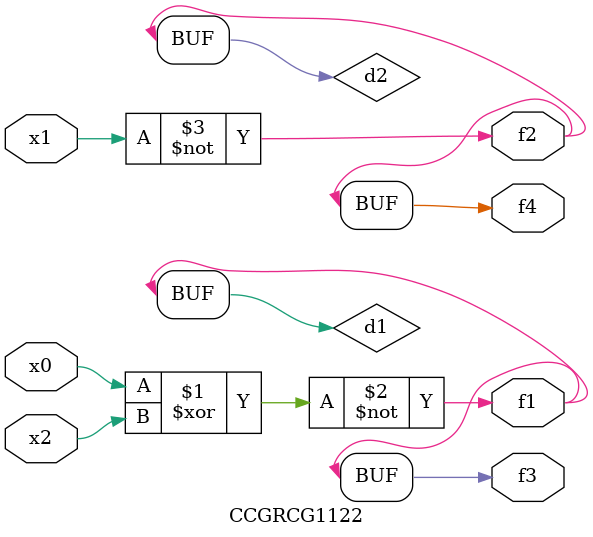
<source format=v>
module CCGRCG1122(
	input x0, x1, x2,
	output f1, f2, f3, f4
);

	wire d1, d2, d3;

	xnor (d1, x0, x2);
	nand (d2, x1);
	nor (d3, x1, x2);
	assign f1 = d1;
	assign f2 = d2;
	assign f3 = d1;
	assign f4 = d2;
endmodule

</source>
